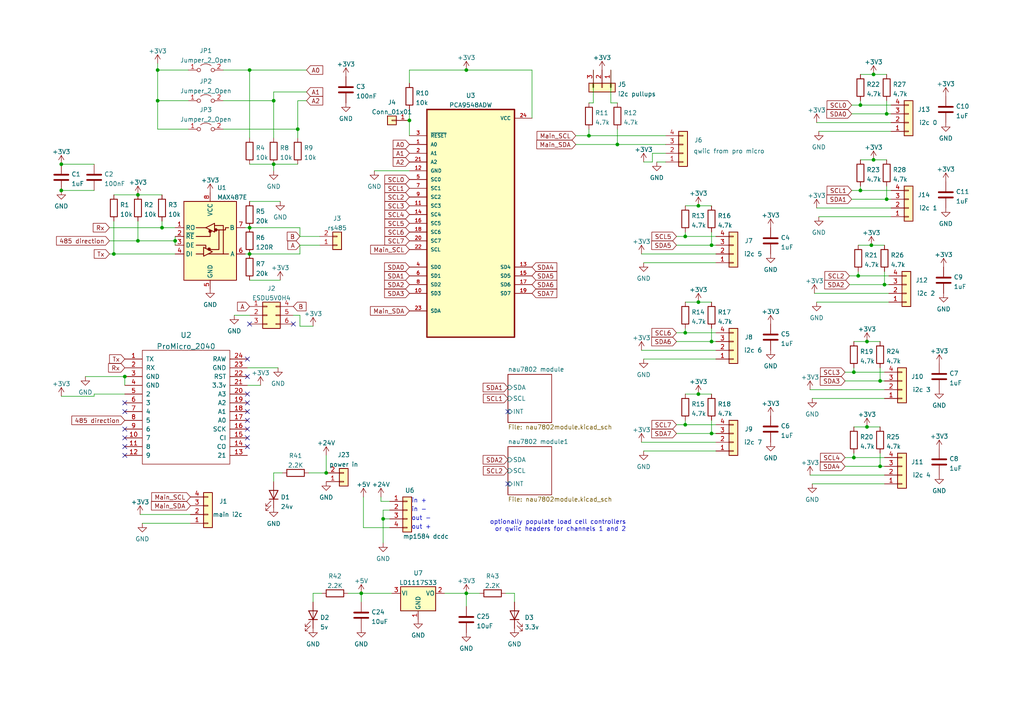
<source format=kicad_sch>
(kicad_sch (version 20211123) (generator eeschema)
  (paper "A4")
  (junction (at 179.07 41.91))
  (junction (at 247.65 132.715))
  (junction (at 111.125 150.495))
  (junction (at 17.78 47.625))
  (junction (at 256.54 82.55))
  (junction (at 17.78 55.245))
  (junction (at 118.745 34.925))
  (junction (at 79.375 47.625))
  (junction (at 253.365 46.355))
  (junction (at 251.46 123.825))
  (junction (at 206.375 125.73))
  (junction (at 33.02 73.66))
  (junction (at 198.755 68.58))
  (junction (at 253.365 21.59))
  (junction (at 50.8 69.85))
  (junction (at 104.775 172.085))
  (junction (at 255.27 135.255))
  (junction (at 202.565 87.63))
  (junction (at 206.375 99.06))
  (junction (at 40.005 69.85))
  (junction (at 40.005 56.515))
  (junction (at 252.73 71.12))
  (junction (at 249.555 55.245))
  (junction (at 202.565 59.69))
  (junction (at 72.39 73.66))
  (junction (at 247.65 107.95))
  (junction (at 72.39 66.04))
  (junction (at 45.72 20.32))
  (junction (at 45.72 29.21))
  (junction (at 206.375 71.12))
  (junction (at 257.175 57.785))
  (junction (at 255.27 110.49))
  (junction (at 135.255 172.085))
  (junction (at 86.36 37.465))
  (junction (at 202.565 114.3))
  (junction (at 72.39 20.32))
  (junction (at 249.555 30.48))
  (junction (at 257.175 33.02))
  (junction (at 251.46 99.06))
  (junction (at 248.92 80.01))
  (junction (at 46.99 66.04))
  (junction (at 170.815 39.37))
  (junction (at 135.255 20.32))
  (junction (at 36.195 109.22))
  (junction (at 79.375 29.21))
  (junction (at 94.615 137.16))
  (junction (at 198.755 96.52))
  (junction (at 198.755 123.19))
  (no_connect (at 36.195 127))
  (no_connect (at 36.195 124.46))
  (no_connect (at 36.195 116.84))
  (no_connect (at 36.195 119.38))
  (no_connect (at 36.195 132.08))
  (no_connect (at 36.195 129.54))
  (no_connect (at 71.755 104.14))
  (no_connect (at 71.755 109.22))
  (no_connect (at 71.755 114.3))
  (no_connect (at 71.755 116.84))
  (no_connect (at 71.755 129.54))
  (no_connect (at 71.755 124.46))
  (no_connect (at 71.755 121.92))
  (no_connect (at 71.755 119.38))
  (no_connect (at 71.755 127))
  (no_connect (at 72.39 93.98))
  (no_connect (at 85.09 93.98))
  (no_connect (at 147.32 119.38))
  (no_connect (at 147.32 140.335))
  (wire (pts (xy 90.805 174.625) (xy 90.805 172.085)))
  (wire (pts (xy 186.69 130.81) (xy 207.645 130.81)))
  (wire (pts (xy 189.23 46.99) (xy 189.23 44.45)))
  (wire (pts (xy 79.375 29.21) (xy 64.77 29.21)))
  (wire (pts (xy 248.92 71.12) (xy 252.73 71.12)))
  (wire (pts (xy 252.73 71.12) (xy 256.54 71.12)))
  (wire (pts (xy 202.565 87.63) (xy 206.375 87.63)))
  (wire (pts (xy 67.945 91.44) (xy 72.39 91.44)))
  (wire (pts (xy 206.375 121.92) (xy 206.375 125.73)))
  (wire (pts (xy 72.39 73.66) (xy 86.995 73.66)))
  (wire (pts (xy 85.09 91.44) (xy 86.995 91.44)))
  (wire (pts (xy 50.8 68.58) (xy 50.8 69.85)))
  (wire (pts (xy 170.815 39.37) (xy 193.04 39.37)))
  (wire (pts (xy 206.375 99.06) (xy 207.645 99.06)))
  (wire (pts (xy 111.125 150.495) (xy 113.03 150.495)))
  (wire (pts (xy 40.005 56.515) (xy 46.99 56.515)))
  (wire (pts (xy 90.805 172.085) (xy 93.345 172.085)))
  (wire (pts (xy 251.46 99.06) (xy 255.27 99.06)))
  (wire (pts (xy 249.555 29.21) (xy 249.555 30.48)))
  (wire (pts (xy 135.255 172.085) (xy 135.255 175.895)))
  (wire (pts (xy 177.165 20.32) (xy 177.165 29.845)))
  (wire (pts (xy 198.755 114.3) (xy 202.565 114.3)))
  (wire (pts (xy 247.65 131.445) (xy 247.65 132.715)))
  (wire (pts (xy 248.92 80.01) (xy 257.81 80.01)))
  (wire (pts (xy 249.555 46.355) (xy 253.365 46.355)))
  (wire (pts (xy 255.27 131.445) (xy 255.27 135.255)))
  (wire (pts (xy 79.375 47.625) (xy 79.375 49.53)))
  (wire (pts (xy 198.755 95.25) (xy 198.755 96.52)))
  (wire (pts (xy 198.755 96.52) (xy 207.645 96.52)))
  (wire (pts (xy 113.03 147.955) (xy 111.125 147.955)))
  (wire (pts (xy 198.755 123.19) (xy 207.645 123.19)))
  (wire (pts (xy 71.12 66.04) (xy 72.39 66.04)))
  (wire (pts (xy 105.41 144.145) (xy 105.41 153.035)))
  (wire (pts (xy 186.69 104.14) (xy 207.645 104.14)))
  (wire (pts (xy 253.365 21.59) (xy 257.175 21.59)))
  (wire (pts (xy 237.49 38.1) (xy 258.445 38.1)))
  (wire (pts (xy 104.775 172.085) (xy 104.775 174.625)))
  (wire (pts (xy 196.215 71.12) (xy 206.375 71.12)))
  (wire (pts (xy 72.39 58.42) (xy 81.28 58.42)))
  (wire (pts (xy 72.39 20.32) (xy 88.9 20.32)))
  (wire (pts (xy 64.77 37.465) (xy 86.36 37.465)))
  (wire (pts (xy 135.255 20.32) (xy 154.305 20.32)))
  (wire (pts (xy 247.015 30.48) (xy 249.555 30.48)))
  (wire (pts (xy 86.995 68.58) (xy 92.71 68.58)))
  (wire (pts (xy 71.755 111.76) (xy 75.565 111.76)))
  (wire (pts (xy 236.855 87.63) (xy 257.81 87.63)))
  (wire (pts (xy 198.755 59.69) (xy 202.565 59.69)))
  (wire (pts (xy 234.95 113.03) (xy 256.54 113.03)))
  (wire (pts (xy 45.72 29.21) (xy 54.61 29.21)))
  (wire (pts (xy 17.78 55.245) (xy 27.305 55.245)))
  (wire (pts (xy 71.12 73.66) (xy 72.39 73.66)))
  (wire (pts (xy 196.215 96.52) (xy 198.755 96.52)))
  (wire (pts (xy 50.8 69.85) (xy 50.8 71.12)))
  (wire (pts (xy 247.65 132.715) (xy 256.54 132.715)))
  (wire (pts (xy 41.275 151.765) (xy 55.245 151.765)))
  (wire (pts (xy 139.065 172.085) (xy 135.255 172.085)))
  (wire (pts (xy 118.745 20.32) (xy 135.255 20.32)))
  (wire (pts (xy 257.175 33.02) (xy 258.445 33.02)))
  (wire (pts (xy 79.375 137.16) (xy 81.915 137.16)))
  (wire (pts (xy 249.555 21.59) (xy 253.365 21.59)))
  (wire (pts (xy 257.175 53.975) (xy 257.175 57.785)))
  (wire (pts (xy 72.39 66.04) (xy 86.995 66.04)))
  (wire (pts (xy 236.22 85.09) (xy 257.81 85.09)))
  (wire (pts (xy 196.215 68.58) (xy 198.755 68.58)))
  (wire (pts (xy 189.23 44.45) (xy 193.04 44.45)))
  (wire (pts (xy 79.375 26.67) (xy 79.375 29.21)))
  (wire (pts (xy 190.5 46.99) (xy 193.04 46.99)))
  (wire (pts (xy 170.815 29.845) (xy 172.085 29.845)))
  (wire (pts (xy 246.38 82.55) (xy 256.54 82.55)))
  (wire (pts (xy 196.215 123.19) (xy 198.755 123.19)))
  (wire (pts (xy 72.39 20.32) (xy 64.77 20.32)))
  (wire (pts (xy 249.555 30.48) (xy 258.445 30.48)))
  (wire (pts (xy 249.555 53.975) (xy 249.555 55.245)))
  (wire (pts (xy 79.375 47.625) (xy 86.36 47.625)))
  (wire (pts (xy 179.07 41.91) (xy 179.07 37.465)))
  (wire (pts (xy 31.75 69.85) (xy 40.005 69.85)))
  (wire (pts (xy 202.565 114.3) (xy 206.375 114.3)))
  (wire (pts (xy 72.39 47.625) (xy 79.375 47.625)))
  (wire (pts (xy 247.65 107.95) (xy 256.54 107.95)))
  (wire (pts (xy 113.665 172.085) (xy 104.775 172.085)))
  (wire (pts (xy 45.72 20.32) (xy 54.61 20.32)))
  (wire (pts (xy 256.54 82.55) (xy 257.81 82.55)))
  (wire (pts (xy 255.27 110.49) (xy 256.54 110.49)))
  (wire (pts (xy 167.005 41.91) (xy 179.07 41.91)))
  (wire (pts (xy 256.54 78.74) (xy 256.54 82.55)))
  (wire (pts (xy 40.64 149.225) (xy 55.245 149.225)))
  (wire (pts (xy 86.995 73.66) (xy 86.995 71.12)))
  (wire (pts (xy 86.995 91.44) (xy 86.995 94.615)))
  (wire (pts (xy 33.02 56.515) (xy 40.005 56.515)))
  (wire (pts (xy 36.195 114.3) (xy 27.305 114.3)))
  (wire (pts (xy 198.755 121.92) (xy 198.755 123.19)))
  (wire (pts (xy 86.36 29.21) (xy 88.9 29.21)))
  (wire (pts (xy 247.65 106.68) (xy 247.65 107.95)))
  (wire (pts (xy 24.765 109.22) (xy 36.195 109.22)))
  (wire (pts (xy 247.015 55.245) (xy 249.555 55.245)))
  (wire (pts (xy 72.39 81.28) (xy 81.28 81.28)))
  (wire (pts (xy 111.125 150.495) (xy 111.125 157.48)))
  (wire (pts (xy 202.565 59.69) (xy 206.375 59.69)))
  (wire (pts (xy 246.38 80.01) (xy 248.92 80.01)))
  (wire (pts (xy 79.375 26.67) (xy 88.9 26.67)))
  (wire (pts (xy 46.99 66.04) (xy 50.8 66.04)))
  (wire (pts (xy 167.005 39.37) (xy 170.815 39.37)))
  (wire (pts (xy 45.72 20.32) (xy 45.72 29.21)))
  (wire (pts (xy 236.855 60.325) (xy 258.445 60.325)))
  (wire (pts (xy 110.49 145.415) (xy 110.49 144.145)))
  (wire (pts (xy 72.39 20.32) (xy 72.39 40.005)))
  (wire (pts (xy 86.995 94.615) (xy 90.805 94.615)))
  (wire (pts (xy 237.49 62.865) (xy 258.445 62.865)))
  (wire (pts (xy 247.015 33.02) (xy 257.175 33.02)))
  (wire (pts (xy 86.36 37.465) (xy 86.36 29.21)))
  (wire (pts (xy 27.305 114.3) (xy 27.305 114.935)))
  (wire (pts (xy 247.65 123.825) (xy 251.46 123.825)))
  (wire (pts (xy 186.69 46.99) (xy 189.23 46.99)))
  (wire (pts (xy 249.555 55.245) (xy 258.445 55.245)))
  (wire (pts (xy 177.165 29.845) (xy 179.07 29.845)))
  (wire (pts (xy 40.005 64.135) (xy 40.005 69.85)))
  (wire (pts (xy 79.375 139.7) (xy 79.375 137.16)))
  (wire (pts (xy 196.215 99.06) (xy 206.375 99.06)))
  (wire (pts (xy 149.225 172.085) (xy 146.685 172.085)))
  (wire (pts (xy 245.11 132.715) (xy 247.65 132.715)))
  (wire (pts (xy 118.745 24.13) (xy 118.745 20.32)))
  (wire (pts (xy 245.11 135.255) (xy 255.27 135.255)))
  (wire (pts (xy 86.995 71.12) (xy 92.71 71.12)))
  (wire (pts (xy 186.055 128.27) (xy 207.645 128.27)))
  (wire (pts (xy 186.055 101.6) (xy 207.645 101.6)))
  (wire (pts (xy 33.02 64.135) (xy 33.02 73.66)))
  (wire (pts (xy 206.375 125.73) (xy 207.645 125.73)))
  (wire (pts (xy 45.72 29.21) (xy 45.72 37.465)))
  (wire (pts (xy 27.305 114.935) (xy 17.78 114.935)))
  (wire (pts (xy 198.755 67.31) (xy 198.755 68.58)))
  (wire (pts (xy 179.07 41.91) (xy 193.04 41.91)))
  (wire (pts (xy 89.535 137.16) (xy 94.615 137.16)))
  (wire (pts (xy 253.365 46.355) (xy 257.175 46.355)))
  (wire (pts (xy 172.085 29.845) (xy 172.085 20.32)))
  (wire (pts (xy 118.745 34.925) (xy 118.745 39.37)))
  (wire (pts (xy 17.78 47.625) (xy 27.305 47.625)))
  (wire (pts (xy 111.125 147.955) (xy 111.125 150.495)))
  (wire (pts (xy 79.375 29.21) (xy 79.375 40.005)))
  (wire (pts (xy 154.305 20.32) (xy 154.305 34.29)))
  (wire (pts (xy 245.11 110.49) (xy 255.27 110.49)))
  (wire (pts (xy 86.36 37.465) (xy 86.36 40.005)))
  (wire (pts (xy 118.745 31.75) (xy 118.745 34.925)))
  (wire (pts (xy 186.055 73.66) (xy 207.645 73.66)))
  (wire (pts (xy 170.815 39.37) (xy 170.815 37.465)))
  (wire (pts (xy 196.215 125.73) (xy 206.375 125.73)))
  (wire (pts (xy 236.855 35.56) (xy 258.445 35.56)))
  (wire (pts (xy 234.95 137.795) (xy 256.54 137.795)))
  (wire (pts (xy 128.905 172.085) (xy 135.255 172.085)))
  (wire (pts (xy 36.195 109.22) (xy 36.195 111.76)))
  (wire (pts (xy 94.615 132.08) (xy 94.615 137.16)))
  (wire (pts (xy 257.175 29.21) (xy 257.175 33.02)))
  (wire (pts (xy 45.72 37.465) (xy 54.61 37.465)))
  (wire (pts (xy 80.645 106.68) (xy 71.755 106.68)))
  (wire (pts (xy 255.27 135.255) (xy 256.54 135.255)))
  (wire (pts (xy 46.99 64.135) (xy 46.99 66.04)))
  (wire (pts (xy 149.225 174.625) (xy 149.225 172.085)))
  (wire (pts (xy 186.69 76.2) (xy 207.645 76.2)))
  (wire (pts (xy 206.375 71.12) (xy 207.645 71.12)))
  (wire (pts (xy 257.175 57.785) (xy 258.445 57.785)))
  (wire (pts (xy 247.015 57.785) (xy 257.175 57.785)))
  (wire (pts (xy 108.585 49.53) (xy 118.745 49.53)))
  (wire (pts (xy 251.46 123.825) (xy 255.27 123.825)))
  (wire (pts (xy 245.11 107.95) (xy 247.65 107.95)))
  (wire (pts (xy 31.75 66.04) (xy 46.99 66.04)))
  (wire (pts (xy 206.375 95.25) (xy 206.375 99.06)))
  (wire (pts (xy 86.995 66.04) (xy 86.995 68.58)))
  (wire (pts (xy 45.72 18.415) (xy 45.72 20.32)))
  (wire (pts (xy 100.965 172.085) (xy 104.775 172.085)))
  (wire (pts (xy 206.375 67.31) (xy 206.375 71.12)))
  (wire (pts (xy 248.92 78.74) (xy 248.92 80.01)))
  (wire (pts (xy 198.755 68.58) (xy 207.645 68.58)))
  (wire (pts (xy 198.755 87.63) (xy 202.565 87.63)))
  (wire (pts (xy 113.03 145.415) (xy 110.49 145.415)))
  (wire (pts (xy 247.65 99.06) (xy 251.46 99.06)))
  (wire (pts (xy 255.27 106.68) (xy 255.27 110.49)))
  (wire (pts (xy 40.005 69.85) (xy 50.8 69.85)))
  (wire (pts (xy 31.75 73.66) (xy 33.02 73.66)))
  (wire (pts (xy 235.585 140.335) (xy 256.54 140.335)))
  (wire (pts (xy 235.585 115.57) (xy 256.54 115.57)))
  (wire (pts (xy 33.02 73.66) (xy 50.8 73.66)))
  (wire (pts (xy 113.03 153.035) (xy 105.41 153.035)))
  (text "out -" (at 125.095 151.13 180) (effects (font (size 1.27 1.27)) (justify right bottom)))
  (text "optionally populate load cell controllers\nor qwiic headers for channels 1 and 2" (at 181.61 154.305 0) (effects (font (size 1.27 1.27)) (justify right bottom)))
  (text "out +" (at 125.095 153.67 180) (effects (font (size 1.27 1.27)) (justify right bottom)))
  (text "in +" (at 123.825 146.05 180) (effects (font (size 1.27 1.27)) (justify right bottom)))
  (text "in -" (at 123.825 148.59 180) (effects (font (size 1.27 1.27)) (justify right bottom)))
  (global_label "A0" (shape input) (at 88.9 20.32 0) (property "Intersheet References" "${INTERSHEET_REFS}" (effects hide)))
  (global_label "A2" (shape input) (at 88.9 29.21 0) (property "Intersheet References" "${INTERSHEET_REFS}" (effects hide)))
  (global_label "SCL2" (shape input) (at 147.32 136.525 180) (property "Intersheet References" "${INTERSHEET_REFS}" (effects hide)))
  (global_label "SCL2" (shape input) (at 118.745 57.15 180) (property "Intersheet References" "${INTERSHEET_REFS}" (effects hide)))
  (global_label "SCL1" (shape input) (at 118.745 54.61 180) (property "Intersheet References" "${INTERSHEET_REFS}" (effects hide)))
  (global_label "Tx" (shape input) (at 31.75 73.66 180) (property "Intersheet References" "${INTERSHEET_REFS}" (effects hide)))
  (global_label "B" (shape input) (at 85.09 88.9 0) (property "Intersheet References" "${INTERSHEET_REFS}" (effects hide)))
  (global_label "Main_SCL" (shape input) (at 118.745 72.39 180) (property "Intersheet References" "${INTERSHEET_REFS}" (effects hide)))
  (global_label "SCL5" (shape input) (at 196.215 68.58 180) (property "Intersheet References" "${INTERSHEET_REFS}" (effects hide)))
  (global_label "SCL3" (shape input) (at 245.11 107.95 180) (property "Intersheet References" "${INTERSHEET_REFS}" (effects hide)))
  (global_label "SDA1" (shape input) (at 147.32 112.395 180) (property "Intersheet References" "${INTERSHEET_REFS}" (effects hide)))
  (global_label "A" (shape input) (at 72.39 88.9 180) (property "Intersheet References" "${INTERSHEET_REFS}" (effects hide)))
  (global_label "SDA6" (shape input) (at 154.305 82.55 0) (property "Intersheet References" "${INTERSHEET_REFS}" (effects hide)))
  (global_label "485 direction" (shape input) (at 31.75 69.85 180) (property "Intersheet References" "${INTERSHEET_REFS}" (effects hide)))
  (global_label "A2" (shape input) (at 118.745 46.99 180) (property "Intersheet References" "${INTERSHEET_REFS}" (effects hide)))
  (global_label "A1" (shape input) (at 118.745 44.45 180) (property "Intersheet References" "${INTERSHEET_REFS}" (effects hide)))
  (global_label "SCL6" (shape input) (at 118.745 67.31 180) (property "Intersheet References" "${INTERSHEET_REFS}" (effects hide)))
  (global_label "SCL5" (shape input) (at 118.745 64.77 180) (property "Intersheet References" "${INTERSHEET_REFS}" (effects hide)))
  (global_label "Main_SCL" (shape input) (at 55.245 144.145 180) (property "Intersheet References" "${INTERSHEET_REFS}" (effects hide)))
  (global_label "SDA2" (shape input) (at 118.745 82.55 180) (property "Intersheet References" "${INTERSHEET_REFS}" (effects hide)))
  (global_label "SDA3" (shape input) (at 118.745 85.09 180) (property "Intersheet References" "${INTERSHEET_REFS}" (effects hide)))
  (global_label "SCL2" (shape input) (at 246.38 80.01 180) (property "Intersheet References" "${INTERSHEET_REFS}" (effects hide)))
  (global_label "SDA4" (shape input) (at 154.305 77.47 0) (property "Intersheet References" "${INTERSHEET_REFS}" (effects hide)))
  (global_label "SCL3" (shape input) (at 118.745 59.69 180) (property "Intersheet References" "${INTERSHEET_REFS}" (effects hide)))
  (global_label "Main_SDA" (shape input) (at 167.005 41.91 180) (property "Intersheet References" "${INTERSHEET_REFS}" (effects hide)))
  (global_label "485 direction" (shape input) (at 36.195 121.92 180) (property "Intersheet References" "${INTERSHEET_REFS}" (effects hide)))
  (global_label "SDA2" (shape input) (at 246.38 82.55 180) (property "Intersheet References" "${INTERSHEET_REFS}" (effects hide)))
  (global_label "Main_SCL" (shape input) (at 167.005 39.37 180) (property "Intersheet References" "${INTERSHEET_REFS}" (effects hide)))
  (global_label "Rx" (shape input) (at 31.75 66.04 180) (property "Intersheet References" "${INTERSHEET_REFS}" (effects hide)))
  (global_label "SCL4" (shape input) (at 118.745 62.23 180) (property "Intersheet References" "${INTERSHEET_REFS}" (effects hide)))
  (global_label "A" (shape input) (at 86.995 71.12 180) (property "Intersheet References" "${INTERSHEET_REFS}" (effects hide)))
  (global_label "SCL6" (shape input) (at 196.215 96.52 180) (property "Intersheet References" "${INTERSHEET_REFS}" (effects hide)))
  (global_label "SCL7" (shape input) (at 118.745 69.85 180) (property "Intersheet References" "${INTERSHEET_REFS}" (effects hide)))
  (global_label "SCL0" (shape input) (at 118.745 52.07 180) (property "Intersheet References" "${INTERSHEET_REFS}" (effects hide)))
  (global_label "SDA7" (shape input) (at 154.305 85.09 0) (property "Intersheet References" "${INTERSHEET_REFS}" (effects hide)))
  (global_label "SDA0" (shape input) (at 118.745 77.47 180) (property "Intersheet References" "${INTERSHEET_REFS}" (effects hide)))
  (global_label "SDA6" (shape input) (at 196.215 99.06 180) (property "Intersheet References" "${INTERSHEET_REFS}" (effects hide)))
  (global_label "SCL1" (shape input) (at 247.015 55.245 180) (property "Intersheet References" "${INTERSHEET_REFS}" (effects hide)))
  (global_label "A1" (shape input) (at 88.9 26.67 0) (property "Intersheet References" "${INTERSHEET_REFS}" (effects hide)))
  (global_label "A0" (shape input) (at 118.745 41.91 180) (property "Intersheet References" "${INTERSHEET_REFS}" (effects hide)))
  (global_label "SDA0" (shape input) (at 247.015 33.02 180) (property "Intersheet References" "${INTERSHEET_REFS}" (effects hide)))
  (global_label "SDA3" (shape input) (at 245.11 110.49 180) (property "Intersheet References" "${INTERSHEET_REFS}" (effects hide)))
  (global_label "SDA5" (shape input) (at 154.305 80.01 0) (property "Intersheet References" "${INTERSHEET_REFS}" (effects hide)))
  (global_label "SCL1" (shape input) (at 147.32 115.57 180) (property "Intersheet References" "${INTERSHEET_REFS}" (effects hide)))
  (global_label "SDA4" (shape input) (at 245.11 135.255 180) (property "Intersheet References" "${INTERSHEET_REFS}" (effects hide)))
  (global_label "Tx" (shape input) (at 36.195 104.14 180) (property "Intersheet References" "${INTERSHEET_REFS}" (effects hide)))
  (global_label "Main_SDA" (shape input) (at 118.745 90.17 180) (property "Intersheet References" "${INTERSHEET_REFS}" (effects hide)))
  (global_label "SDA1" (shape input) (at 247.015 57.785 180) (property "Intersheet References" "${INTERSHEET_REFS}" (effects hide)))
  (global_label "SCL4" (shape input) (at 245.11 132.715 180) (property "Intersheet References" "${INTERSHEET_REFS}" (effects hide)))
  (global_label "SCL0" (shape input) (at 247.015 30.48 180) (property "Intersheet References" "${INTERSHEET_REFS}" (effects hide)))
  (global_label "SDA1" (shape input) (at 118.745 80.01 180) (property "Intersheet References" "${INTERSHEET_REFS}" (effects hide)))
  (global_label "Rx" (shape input) (at 36.195 106.68 180) (property "Intersheet References" "${INTERSHEET_REFS}" (effects hide)))
  (global_label "SDA5" (shape input) (at 196.215 71.12 180) (property "Intersheet References" "${INTERSHEET_REFS}" (effects hide)))
  (global_label "B" (shape input) (at 86.995 68.58 180) (property "Intersheet References" "${INTERSHEET_REFS}" (effects hide)))
  (global_label "Main_SDA" (shape input) (at 55.245 146.685 180) (property "Intersheet References" "${INTERSHEET_REFS}" (effects hide)))
  (global_label "SDA7" (shape input) (at 196.215 125.73 180) (property "Intersheet References" "${INTERSHEET_REFS}" (effects hide)))
  (global_label "SCL7" (shape input) (at 196.215 123.19 180) (property "Intersheet References" "${INTERSHEET_REFS}" (effects hide)))
  (global_label "SDA2" (shape input) (at 147.32 133.35 180) (property "Intersheet References" "${INTERSHEET_REFS}" (effects hide)))
  (symbol (lib_id "power:+5V") (at 105.41 144.145 0) (unit 1)
    (property "Reference" "#PWR078" (effects hide))
    (property "Value" "+5V" (at 105.41 140.5405 0))
  )
  (symbol (lib_id "power:GND") (at 186.69 76.2 0) (unit 1)
    (property "Reference" "#PWR026" (effects hide))
    (property "Value" "GND" (at 186.69 80.7625 0))
  )
  (symbol (lib_id "power:GND") (at 80.645 106.68 0) (unit 1)
    (property "Reference" "#PWR015" (effects hide))
    (property "Value" "GND" (at 80.645 111.2425 0))
  )
  (symbol (lib_id "power:+3.3V") (at 252.73 71.12 0) (unit 1)
    (property "Reference" "#PWR051" (effects hide))
    (property "Value" "+3.3V" (at 252.73 67.5155 0))
  )
  (symbol (lib_id "Device:R") (at 249.555 25.4 0) (unit 1)
    (property "Reference" "R22" (at 251.333 24.4915 0) (effects (justify left)))
    (property "Value" "4.7k" (at 251.333 27.2666 0) (effects (justify left)))
    (property "Footprint" "Resistor_SMD:R_0603_1608Metric" (effects hide))
  )
  (symbol (lib_id "power:GND") (at 121.285 179.705 0) (unit 1)
    (property "Reference" "#PWR086" (effects hide))
    (property "Value" "GND" (at 121.285 184.2675 0))
  )
  (symbol (lib_id "power:GND") (at 235.585 115.57 0) (unit 1)
    (property "Reference" "#PWR041" (effects hide))
    (property "Value" "GND" (at 235.585 120.1325 0))
  )
  (symbol (lib_id "power:+24V") (at 94.615 132.08 0) (unit 1)
    (property "Reference" "#PWR069" (effects hide))
    (property "Value" "+24V" (at 94.615 128.4755 0))
  )
  (symbol (lib_id "Device:C") (at 104.775 178.435 0) (unit 1)
    (property "Reference" "C24" (at 107.696 177.5265 0) (effects (justify left)))
    (property "Value" "10uF" (at 107.696 180.3016 0) (effects (justify left)))
    (property "Footprint" "Capacitor_SMD:C_1206_3216Metric" (effects hide))
  )
  (symbol (lib_id "power:GND") (at 104.775 182.245 0) (unit 1)
    (property "Reference" "#PWR077" (effects hide))
    (property "Value" "GND" (at 104.775 186.8075 0))
  )
  (symbol (lib_id "power:GND") (at 67.945 91.44 0) (unit 1)
    (property "Reference" "#PWR010" (effects hide))
    (property "Value" "GND" (at 67.945 96.0025 0))
  )
  (symbol (lib_id "power:+3.3V") (at 234.95 137.795 0) (unit 1)
    (property "Reference" "#PWR040" (effects hide))
    (property "Value" "+3.3V" (at 234.95 134.1905 0))
  )
  (symbol (lib_id "Device:LED") (at 79.375 143.51 270) (mirror x) (unit 1)
    (property "Reference" "D1" (at 81.407 144.189 90) (effects (justify left)))
    (property "Value" "24v" (at 81.407 146.9641 90) (effects (justify left)))
    (property "Footprint" "LED_SMD:LED_0603_1608Metric" (effects hide))
  )
  (symbol (lib_id "power:GND") (at 135.255 183.515 0) (unit 1)
    (property "Reference" "#PWR091" (effects hide))
    (property "Value" "GND" (at 135.255 188.0775 0))
  )
  (symbol (lib_id "Connector_Generic:Conn_01x04") (at 60.325 149.225 0) (mirror x) (unit 1)
    (property "Reference" "J1" (at 64.77 145.415 0))
    (property "Value" "main i2c" (at 66.04 149.225 0))
    (property "Footprint" "Connector_JST:JST_SH_SM04B-SRSS-TB_1x04-1MP_P1.00mm_Horizontal" (effects hide))
  )
  (symbol (lib_id "Connector_Generic:Conn_01x02") (at 97.79 71.12 0) (mirror x) (unit 1)
    (property "Reference" "J3" (at 97.79 63.3435 0))
    (property "Value" "rs485" (at 97.79 66.1186 0))
    (property "Footprint" "TerminalBlock_Phoenix:TerminalBlock_Phoenix_MKDS-1,5-2_1x02_P5.00mm_Horizontal" (effects hide))
  )
  (symbol (lib_id "Device:C") (at 223.52 69.85 0) (unit 1)
    (property "Reference" "C4" (at 226.441 68.9415 0) (effects (justify left)))
    (property "Value" "1uF" (at 226.441 71.7166 0) (effects (justify left)))
    (property "Footprint" "Capacitor_SMD:C_0603_1608Metric" (effects hide))
  )
  (symbol (lib_id "power:GND") (at 223.52 73.66 0) (unit 1)
    (property "Reference" "#PWR034" (effects hide))
    (property "Value" "GND" (at 223.52 78.2225 0))
  )
  (symbol (lib_id "Device:R") (at 46.99 60.325 0) (unit 1)
    (property "Reference" "R3" (at 48.768 59.4165 0) (effects (justify left)))
    (property "Value" "10k" (at 48.768 62.1916 0) (effects (justify left)))
    (property "Footprint" "Resistor_SMD:R_0603_1608Metric" (effects hide))
  )
  (symbol (lib_id "Device:R") (at 206.375 63.5 0) (unit 1)
    (property "Reference" "R16" (at 208.153 62.5915 0) (effects (justify left)))
    (property "Value" "4.7k" (at 208.153 65.3666 0) (effects (justify left)))
    (property "Footprint" "Resistor_SMD:R_0603_1608Metric" (effects hide))
  )
  (symbol (lib_id "Device:R") (at 256.54 74.93 0) (unit 1)
    (property "Reference" "R26" (at 258.318 74.0215 0) (effects (justify left)))
    (property "Value" "4.7k" (at 258.318 76.7966 0) (effects (justify left)))
    (property "Footprint" "Resistor_SMD:R_0603_1608Metric" (effects hide))
  )
  (symbol (lib_id "power:+3.3V") (at 90.805 94.615 0) (unit 1)
    (property "Reference" "#PWR016" (effects hide))
    (property "Value" "+3.3V" (at 90.805 91.0105 0))
  )
  (symbol (lib_id "Jumper:Jumper_2_Open") (at 59.69 37.465 0) (unit 1)
    (property "Reference" "JP3" (at 59.69 31.8475 0))
    (property "Value" "Jumper_2_Open" (at 59.69 34.6226 0))
    (property "Footprint" "Jumper:SolderJumper-2_P1.3mm_Open_RoundedPad1.0x1.5mm" (effects hide))
  )
  (symbol (lib_id "power:GND") (at 79.375 49.53 0) (unit 1)
    (property "Reference" "#PWR011" (effects hide))
    (property "Value" "GND" (at 79.375 54.0925 0))
  )
  (symbol (lib_id "Device:R") (at 72.39 43.815 0) (unit 1)
    (property "Reference" "R4" (at 74.168 42.9065 0) (effects (justify left)))
    (property "Value" "10k" (at 74.168 45.6816 0) (effects (justify left)))
    (property "Footprint" "Resistor_SMD:R_0603_1608Metric" (effects hide))
  )
  (symbol (lib_id "power:+3.3V") (at 274.32 52.705 0) (unit 1)
    (property "Reference" "#PWR062" (effects hide))
    (property "Value" "+3.3V" (at 274.32 49.1005 0))
  )
  (symbol (lib_id "power:+5V") (at 104.775 172.085 0) (unit 1)
    (property "Reference" "#PWR073" (effects hide))
    (property "Value" "+5V" (at 104.775 168.4805 0))
  )
  (symbol (lib_id "power:GND") (at 24.765 109.22 0) (unit 1)
    (property "Reference" "#PWR03" (effects hide))
    (property "Value" "GND" (at 24.765 113.7825 0))
  )
  (symbol (lib_id "power:GND") (at 94.615 139.7 0) (unit 1)
    (property "Reference" "#PWR071" (effects hide))
    (property "Value" "GND" (at 94.615 144.2625 0))
  )
  (symbol (lib_id "Connector_Generic:Conn_01x04") (at 262.89 85.09 0) (mirror x) (unit 1)
    (property "Reference" "J12" (at 267.335 81.28 0))
    (property "Value" "i2c 2" (at 268.605 85.09 0))
    (property "Footprint" "Connector_JST:JST_SH_SM04B-SRSS-TB_1x04-1MP_P1.00mm_Horizontal" (effects hide))
  )
  (symbol (lib_id "power:GND") (at 237.49 38.1 0) (unit 1)
    (property "Reference" "#PWR047" (effects hide))
    (property "Value" "GND" (at 237.49 42.6625 0))
  )
  (symbol (lib_id "Device:C") (at 274.32 56.515 0) (unit 1)
    (property "Reference" "C11" (at 277.241 55.6065 0) (effects (justify left)))
    (property "Value" "1uF" (at 277.241 58.3816 0) (effects (justify left)))
    (property "Footprint" "Capacitor_SMD:C_0603_1608Metric" (effects hide))
  )
  (symbol (lib_id "power:+3.3V") (at 274.32 27.94 0) (unit 1)
    (property "Reference" "#PWR060" (effects hide))
    (property "Value" "+3.3V" (at 274.32 24.3355 0))
  )
  (symbol (lib_id "Device:R") (at 198.755 91.44 0) (unit 1)
    (property "Reference" "R14" (at 200.533 90.5315 0) (effects (justify left)))
    (property "Value" "4.7k" (at 200.533 93.3066 0) (effects (justify left)))
    (property "Footprint" "Resistor_SMD:R_0603_1608Metric" (effects hide))
  )
  (symbol (lib_id "Device:C") (at 272.415 109.22 0) (unit 1)
    (property "Reference" "C7" (at 275.336 108.3115 0) (effects (justify left)))
    (property "Value" "1uF" (at 275.336 111.0866 0) (effects (justify left)))
    (property "Footprint" "Capacitor_SMD:C_0603_1608Metric" (effects hide))
  )
  (symbol (lib_id "power:GND") (at 237.49 62.865 0) (unit 1)
    (property "Reference" "#PWR048" (effects hide))
    (property "Value" "GND" (at 237.49 67.4275 0))
  )
  (symbol (lib_id "power:GND") (at 111.125 157.48 0) (unit 1)
    (property "Reference" "#PWR084" (effects hide))
    (property "Value" "GND" (at 111.125 162.0425 0))
  )
  (symbol (lib_id "Device:C") (at 272.415 133.985 0) (unit 1)
    (property "Reference" "C8" (at 275.336 133.0765 0) (effects (justify left)))
    (property "Value" "1uF" (at 275.336 135.8516 0) (effects (justify left)))
    (property "Footprint" "Capacitor_SMD:C_0603_1608Metric" (effects hide))
  )
  (symbol (lib_id "power:+3.3V") (at 75.565 111.76 0) (unit 1)
    (property "Reference" "#PWR014" (effects hide))
    (property "Value" "+3.3V" (at 75.565 108.1555 0))
  )
  (symbol (lib_id "power:+3.3V") (at 253.365 46.355 0) (unit 1)
    (property "Reference" "#PWR053" (effects hide))
    (property "Value" "+3.3V" (at 253.365 42.7505 0))
  )
  (symbol (lib_id "power:GND") (at 108.585 49.53 0) (unit 1)
    (property "Reference" "#PWR019" (effects hide))
    (property "Value" "GND" (at 108.585 54.0925 0))
  )
  (symbol (lib_id "Device:LED") (at 90.805 178.435 270) (mirror x) (unit 1)
    (property "Reference" "D2" (at 92.837 179.114 90) (effects (justify left)))
    (property "Value" "5v" (at 92.837 181.8891 90) (effects (justify left)))
    (property "Footprint" "LED_SMD:LED_0603_1608Metric" (effects hide))
  )
  (symbol (lib_id "power:+3.3V") (at 202.565 59.69 0) (unit 1)
    (property "Reference" "#PWR030" (effects hide))
    (property "Value" "+3.3V" (at 202.565 56.0855 0))
  )
  (symbol (lib_id "power:+3.3V") (at 186.69 46.99 0) (unit 1)
    (property "Reference" "#PWR025" (effects hide))
    (property "Value" "+3.3V" (at 186.69 43.3855 0))
  )
  (symbol (lib_id "Device:R") (at 248.92 74.93 0) (unit 1)
    (property "Reference" "R21" (at 250.698 74.0215 0) (effects (justify left)))
    (property "Value" "4.7k" (at 250.698 76.7966 0) (effects (justify left)))
    (property "Footprint" "Resistor_SMD:R_0603_1608Metric" (effects hide))
  )
  (symbol (lib_id "power:GND") (at 149.225 182.245 0) (unit 1)
    (property "Reference" "#PWR092" (effects hide))
    (property "Value" "GND" (at 149.225 186.8075 0))
  )
  (symbol (lib_id "Connector_Generic:Conn_01x04") (at 263.525 35.56 0) (mirror x) (unit 1)
    (property "Reference" "J13" (at 267.97 31.75 0))
    (property "Value" "i2c 0" (at 269.24 35.56 0))
    (property "Footprint" "Connector_JST:JST_SH_SM04B-SRSS-TB_1x04-1MP_P1.00mm_Horizontal" (effects hide))
  )
  (symbol (lib_id "Device:R") (at 86.36 43.815 0) (unit 1)
    (property "Reference" "R9" (at 88.138 42.9065 0) (effects (justify left)))
    (property "Value" "10k" (at 88.138 45.6816 0) (effects (justify left)))
    (property "Footprint" "Resistor_SMD:R_0603_1608Metric" (effects hide))
  )
  (symbol (lib_id "Jumper:Jumper_2_Open") (at 59.69 29.21 0) (unit 1)
    (property "Reference" "JP2" (at 59.69 23.5925 0))
    (property "Value" "Jumper_2_Open" (at 59.69 26.3676 0))
    (property "Footprint" "Jumper:SolderJumper-2_P1.3mm_Open_RoundedPad1.0x1.5mm" (effects hide))
  )
  (symbol (lib_id "power:GND") (at 90.805 182.245 0) (mirror y) (unit 1)
    (property "Reference" "#PWR065" (effects hide))
    (property "Value" "GND" (at 90.805 186.8075 0))
  )
  (symbol (lib_id "power:GND") (at 274.32 35.56 0) (unit 1)
    (property "Reference" "#PWR061" (effects hide))
    (property "Value" "GND" (at 274.32 40.1225 0))
  )
  (symbol (lib_id "Device:C") (at 100.33 26.035 0) (unit 1)
    (property "Reference" "C3" (at 103.251 25.1265 0) (effects (justify left)))
    (property "Value" "100nF" (at 103.251 27.9016 0) (effects (justify left)))
    (property "Footprint" "Capacitor_SMD:C_0603_1608Metric" (effects hide))
  )
  (symbol (lib_id "Device:R") (at 79.375 43.815 0) (unit 1)
    (property "Reference" "R8" (at 81.153 42.9065 0) (effects (justify left)))
    (property "Value" "10k" (at 81.153 45.6816 0) (effects (justify left)))
    (property "Footprint" "Resistor_SMD:R_0603_1608Metric" (effects hide))
  )
  (symbol (lib_id "Device:C") (at 274.32 31.75 0) (unit 1)
    (property "Reference" "C10" (at 277.241 30.8415 0) (effects (justify left)))
    (property "Value" "1uF" (at 277.241 33.6166 0) (effects (justify left)))
    (property "Footprint" "Capacitor_SMD:C_0603_1608Metric" (effects hide))
  )
  (symbol (lib_id "Device:R") (at 255.27 127.635 0) (unit 1)
    (property "Reference" "R25" (at 257.048 126.7265 0) (effects (justify left)))
    (property "Value" "4.7k" (at 257.048 129.5016 0) (effects (justify left)))
    (property "Footprint" "Resistor_SMD:R_0603_1608Metric" (effects hide))
  )
  (symbol (lib_id "Device:R") (at 179.07 33.655 0) (unit 1)
    (property "Reference" "R12" (at 180.848 32.7465 0) (effects (justify left)))
    (property "Value" "4.7k" (at 180.848 35.5216 0) (effects (justify left)))
    (property "Footprint" "Resistor_SMD:R_0603_1608Metric" (effects hide))
  )
  (symbol (lib_id "Interface_UART:MAX487E") (at 60.96 68.58 0) (unit 1)
    (property "Reference" "U1" (at 62.9794 54.4535 0) (effects (justify left)))
    (property "Value" "MAX487E" (at 62.9794 57.2286 0) (effects (justify left)))
    (property "Footprint" "Package_SO:SOIC-8_3.9x4.9mm_P1.27mm" (effects hide))
    (property "Datasheet" "https://datasheets.maximintegrated.com/en/ds/MAX1487E-MAX491E.pdf" (effects hide))
  )
  (symbol (lib_id "Device:C") (at 135.255 179.705 0) (unit 1)
    (property "Reference" "C25" (at 138.176 178.7965 0) (effects (justify left)))
    (property "Value" "10uF" (at 138.176 181.5716 0) (effects (justify left)))
    (property "Footprint" "Capacitor_SMD:C_1206_3216Metric" (effects hide))
  )
  (symbol (lib_id "power:GND") (at 100.33 29.845 0) (unit 1)
    (property "Reference" "#PWR018" (effects hide))
    (property "Value" "GND" (at 100.33 34.4075 0))
  )
  (symbol (lib_id "Device:C") (at 223.52 124.46 0) (unit 1)
    (property "Reference" "C6" (at 226.441 123.5515 0) (effects (justify left)))
    (property "Value" "1uF" (at 226.441 126.3266 0) (effects (justify left)))
    (property "Footprint" "Capacitor_SMD:C_0603_1608Metric" (effects hide))
  )
  (symbol (lib_id "Device:R") (at 198.755 63.5 0) (unit 1)
    (property "Reference" "R13" (at 200.533 62.5915 0) (effects (justify left)))
    (property "Value" "4.7k" (at 200.533 65.3666 0) (effects (justify left)))
    (property "Footprint" "Resistor_SMD:R_0603_1608Metric" (effects hide))
  )
  (symbol (lib_id "power:+3.3V") (at 273.685 77.47 0) (unit 1)
    (property "Reference" "#PWR058" (effects hide))
    (property "Value" "+3.3V" (at 273.685 73.8655 0))
  )
  (symbol (lib_id "Device:R") (at 249.555 50.165 0) (unit 1)
    (property "Reference" "R23" (at 251.333 49.2565 0) (effects (justify left)))
    (property "Value" "4.7k" (at 251.333 52.0316 0) (effects (justify left)))
    (property "Footprint" "Resistor_SMD:R_0603_1608Metric" (effects hide))
  )
  (symbol (lib_id "power:+3.3V") (at 251.46 123.825 0) (unit 1)
    (property "Reference" "#PWR050" (effects hide))
    (property "Value" "+3.3V" (at 251.46 120.2205 0))
  )
  (symbol (lib_id "power:+3.3V") (at 253.365 21.59 0) (unit 1)
    (property "Reference" "#PWR052" (effects hide))
    (property "Value" "+3.3V" (at 253.365 17.9855 0))
  )
  (symbol (lib_id "power:GND") (at 41.275 151.765 0) (unit 1)
    (property "Reference" "#PWR07" (effects hide))
    (property "Value" "GND" (at 41.275 156.3275 0))
  )
  (symbol (lib_id "Connector_Generic:Conn_01x01") (at 113.665 34.925 180) (unit 1)
    (property "Reference" "J4" (at 113.665 29.6885 0))
    (property "Value" "Conn_01x01" (at 113.665 32.4636 0))
    (property "Footprint" "Connector_PinHeader_2.54mm:PinHeader_1x01_P2.54mm_Vertical" (effects hide))
  )
  (symbol (lib_id "power:+3.3V") (at 223.52 120.65 0) (unit 1)
    (property "Reference" "#PWR037" (effects hide))
    (property "Value" "+3.3V" (at 223.52 117.0455 0))
  )
  (symbol (lib_id "power:+3.3V") (at 251.46 99.06 0) (unit 1)
    (property "Reference" "#PWR049" (effects hide))
    (property "Value" "+3.3V" (at 251.46 95.4555 0))
  )
  (symbol (lib_id "power:+3.3V") (at 174.625 20.32 0) (unit 1)
    (property "Reference" "#PWR021" (effects hide))
    (property "Value" "+3.3V" (at 174.625 16.7155 0))
  )
  (symbol (lib_id "Device:R") (at 33.02 60.325 0) (unit 1)
    (property "Reference" "R1" (at 34.798 59.4165 0) (effects (justify left)))
    (property "Value" "10k" (at 34.798 62.1916 0) (effects (justify left)))
    (property "Footprint" "Resistor_SMD:R_0603_1608Metric" (effects hide))
  )
  (symbol (lib_id "power:GND") (at 235.585 140.335 0) (unit 1)
    (property "Reference" "#PWR042" (effects hide))
    (property "Value" "GND" (at 235.585 144.8975 0))
  )
  (symbol (lib_id "power:+3.3V") (at 186.055 128.27 0) (unit 1)
    (property "Reference" "#PWR024" (effects hide))
    (property "Value" "+3.3V" (at 186.055 124.6655 0))
  )
  (symbol (lib_id "Device:R") (at 72.39 69.85 0) (unit 1)
    (property "Reference" "R6" (at 74.168 68.9415 0) (effects (justify left)))
    (property "Value" "120R" (at 74.168 71.7166 0) (effects (justify left)))
    (property "Footprint" "Resistor_SMD:R_0603_1608Metric" (effects hide))
  )
  (symbol (lib_id "power:+3.3V") (at 234.95 113.03 0) (unit 1)
    (property "Reference" "#PWR039" (effects hide))
    (property "Value" "+3.3V" (at 234.95 109.4255 0))
  )
  (symbol (lib_id "Device:LED") (at 149.225 178.435 90) (unit 1)
    (property "Reference" "D3" (at 152.146 179.114 90) (effects (justify right)))
    (property "Value" "3.3v" (at 152.146 181.8891 90) (effects (justify right)))
    (property "Footprint" "LED_SMD:LED_0603_1608Metric" (effects hide))
  )
  (symbol (lib_id "power:+3.3V") (at 236.22 85.09 0) (unit 1)
    (property "Reference" "#PWR043" (effects hide))
    (property "Value" "+3.3V" (at 236.22 81.4855 0))
  )
  (symbol (lib_id "power:GND") (at 190.5 46.99 0) (unit 1)
    (property "Reference" "#PWR029" (effects hide))
    (property "Value" "GND" (at 190.5 51.5525 0))
  )
  (symbol (lib_id "Device:R") (at 118.745 27.94 0) (unit 1)
    (property "Reference" "R10" (at 120.523 27.0315 0) (effects (justify left)))
    (property "Value" "10k" (at 120.523 29.8066 0) (effects (justify left)))
    (property "Footprint" "Resistor_SMD:R_0603_1608Metric" (effects hide))
  )
  (symbol (lib_id "power:+3.3V") (at 81.28 81.28 0) (unit 1)
    (property "Reference" "#PWR013" (effects hide))
    (property "Value" "+3.3V" (at 81.28 77.6755 0))
  )
  (symbol (lib_id "power:+3.3V") (at 202.565 87.63 0) (unit 1)
    (property "Reference" "#PWR031" (effects hide))
    (property "Value" "+3.3V" (at 202.565 84.0255 0))
  )
  (symbol (lib_id "Connector_Generic:Conn_01x04") (at 261.62 113.03 0) (mirror x) (unit 1)
    (property "Reference" "J10" (at 266.065 109.22 0))
    (property "Value" "i2c 3" (at 267.335 113.03 0))
    (property "Footprint" "Connector_JST:JST_SH_SM04B-SRSS-TB_1x04-1MP_P1.00mm_Horizontal" (effects hide))
  )
  (symbol (lib_id "power:GND") (at 273.685 85.09 0) (unit 1)
    (property "Reference" "#PWR059" (effects hide))
    (property "Value" "GND" (at 273.685 89.6525 0))
  )
  (symbol (lib_id "Device:R") (at 255.27 102.87 0) (unit 1)
    (property "Reference" "R24" (at 257.048 101.9615 0) (effects (justify left)))
    (property "Value" "4.7k" (at 257.048 104.7366 0) (effects (justify left)))
    (property "Footprint" "Resistor_SMD:R_0603_1608Metric" (effects hide))
  )
  (symbol (lib_id "Device:R") (at 85.725 137.16 270) (mirror x) (unit 1)
    (property "Reference" "R41" (at 85.725 132.1775 90))
    (property "Value" "2.2K" (at 85.725 134.9526 90))
    (property "Footprint" "Resistor_SMD:R_0603_1608Metric" (effects hide))
  )
  (symbol (lib_id "Device:R") (at 206.375 91.44 0) (unit 1)
    (property "Reference" "R17" (at 208.153 90.5315 0) (effects (justify left)))
    (property "Value" "4.7k" (at 208.153 93.3066 0) (effects (justify left)))
    (property "Footprint" "Resistor_SMD:R_0603_1608Metric" (effects hide))
  )
  (symbol (lib_id "power:+3.3V") (at 135.255 20.32 0) (unit 1)
    (property "Reference" "#PWR020" (effects hide))
    (property "Value" "+3.3V" (at 135.255 16.7155 0))
  )
  (symbol (lib_id "Connector_Generic:Conn_01x04") (at 212.725 128.27 0) (mirror x) (unit 1)
    (property "Reference" "J9" (at 217.17 124.46 0))
    (property "Value" "i2c 7" (at 218.44 128.27 0))
    (property "Footprint" "Connector_JST:JST_SH_SM04B-SRSS-TB_1x04-1MP_P1.00mm_Horizontal" (effects hide))
  )
  (symbol (lib_id "Device:C") (at 273.685 81.28 0) (unit 1)
    (property "Reference" "C9" (at 276.606 80.3715 0) (effects (justify left)))
    (property "Value" "1uF" (at 276.606 83.1466 0) (effects (justify left)))
    (property "Footprint" "Capacitor_SMD:C_0603_1608Metric" (effects hide))
  )
  (symbol (lib_id "power:+3.3V") (at 60.96 55.88 0) (unit 1)
    (property "Reference" "#PWR08" (effects hide))
    (property "Value" "+3.3V" (at 60.96 52.2755 0))
  )
  (symbol (lib_id "power:+3.3V") (at 186.055 73.66 0) (unit 1)
    (property "Reference" "#PWR022" (effects hide))
    (property "Value" "+3.3V" (at 186.055 70.0555 0))
  )
  (symbol (lib_id "Evan's misc parts:ProMicro_2040") (at 53.975 123.19 0) (unit 1)
    (property "Reference" "U2" (at 53.975 97.1961 0) (effects (font (size 1.524 1.524))))
    (property "Value" "ProMicro_2040" (at 53.975 100.4751 0) (effects (font (size 1.524 1.524))))
    (property "Footprint" "Evan's misc parts:ProMicro" (effects hide))
  )
  (symbol (lib_id "power:+3.3V") (at 17.78 47.625 0) (unit 1)
    (property "Reference" "#PWR01" (effects hide))
    (property "Value" "+3.3V" (at 17.78 44.0205 0))
  )
  (symbol (lib_id "power:GND") (at 17.78 55.245 0) (unit 1)
    (property "Reference" "#PWR02" (effects hide))
    (property "Value" "GND" (at 17.78 59.8075 0))
  )
  (symbol (lib_id "Evan's misc parts:PCA9548ADW") (at 136.525 64.77 0) (unit 1)
    (property "Reference" "U3" (at 136.525 27.7055 0))
    (property "Value" "PCA9548ADW" (at 136.525 30.4806 0))
    (property "Footprint" "Package_SO:TSSOP-24_4.4x7.8mm_P0.65mm" (effects hide))
  )
  (symbol (lib_id "power:+3.3V") (at 272.415 130.175 0) (unit 1)
    (property "Reference" "#PWR056" (effects hide))
    (property "Value" "+3.3V" (at 272.415 126.5705 0))
  )
  (symbol (lib_id "power:+3.3V") (at 236.855 35.56 0) (unit 1)
    (property "Reference" "#PWR044" (effects hide))
    (property "Value" "+3.3V" (at 236.855 31.9555 0))
  )
  (symbol (lib_id "power:GND") (at 236.855 87.63 0) (unit 1)
    (property "Reference" "#PWR046" (effects hide))
    (property "Value" "GND" (at 236.855 92.1925 0))
  )
  (symbol (lib_id "Regulator_Linear:LD1117S33TR_SOT223") (at 121.285 172.085 0) (unit 1)
    (property "Reference" "U7" (at 121.285 166.2135 0))
    (property "Value" "LD1117S33" (at 121.285 168.9886 0))
    (property "Footprint" "Package_TO_SOT_SMD:SOT-223-3_TabPin2" (effects hide))
    (property "Datasheet" "http://www.st.com/st-web-ui/static/active/en/resource/technical/document/datasheet/CD00000544.pdf" (effects hide))
  )
  (symbol (lib_id "Jumper:Jumper_2_Open") (at 59.69 20.32 0) (unit 1)
    (property "Reference" "JP1" (at 59.69 14.7025 0))
    (property "Value" "Jumper_2_Open" (at 59.69 17.4776 0))
    (property "Footprint" "Jumper:SolderJumper-2_P1.3mm_Open_RoundedPad1.0x1.5mm" (effects hide))
  )
  (symbol (lib_id "Device:R") (at 257.175 25.4 0) (unit 1)
    (property "Reference" "R27" (at 258.953 24.4915 0) (effects (justify left)))
    (property "Value" "4.7k" (at 258.953 27.2666 0) (effects (justify left)))
    (property "Footprint" "Resistor_SMD:R_0603_1608Metric" (effects hide))
  )
  (symbol (lib_id "Device:C") (at 223.52 97.79 0) (unit 1)
    (property "Reference" "C5" (at 226.441 96.8815 0) (effects (justify left)))
    (property "Value" "1uF" (at 226.441 99.6566 0) (effects (justify left)))
    (property "Footprint" "Capacitor_SMD:C_0603_1608Metric" (effects hide))
  )
  (symbol (lib_id "Device:R") (at 72.39 77.47 0) (unit 1)
    (property "Reference" "R7" (at 74.168 76.5615 0) (effects (justify left)))
    (property "Value" "20k" (at 74.168 79.3366 0) (effects (justify left)))
    (property "Footprint" "Resistor_SMD:R_0603_1608Metric" (effects hide))
  )
  (symbol (lib_id "power:+3.3V") (at 202.565 114.3 0) (unit 1)
    (property "Reference" "#PWR032" (effects hide))
    (property "Value" "+3.3V" (at 202.565 110.6955 0))
  )
  (symbol (lib_id "Device:R") (at 142.875 172.085 90) (unit 1)
    (property "Reference" "R43" (at 142.875 167.1025 90))
    (property "Value" "2.2K" (at 142.875 169.8776 90))
    (property "Footprint" "Resistor_SMD:R_0603_1608Metric" (effects hide))
  )
  (symbol (lib_id "power:+3.3V") (at 186.055 101.6 0) (unit 1)
    (property "Reference" "#PWR023" (effects hide))
    (property "Value" "+3.3V" (at 186.055 97.9955 0))
  )
  (symbol (lib_id "power:+3.3V") (at 135.255 172.085 0) (unit 1)
    (property "Reference" "#PWR090" (effects hide))
    (property "Value" "+3.3V" (at 135.255 168.4805 0))
  )
  (symbol (lib_id "power:GND") (at 186.69 104.14 0) (unit 1)
    (property "Reference" "#PWR027" (effects hide))
    (property "Value" "GND" (at 186.69 108.7025 0))
  )
  (symbol (lib_id "power:+3.3V") (at 223.52 93.98 0) (unit 1)
    (property "Reference" "#PWR035" (effects hide))
    (property "Value" "+3.3V" (at 223.52 90.3755 0))
  )
  (symbol (lib_id "Device:R") (at 206.375 118.11 0) (unit 1)
    (property "Reference" "R18" (at 208.153 117.2015 0) (effects (justify left)))
    (property "Value" "4.7k" (at 208.153 119.9766 0) (effects (justify left)))
    (property "Footprint" "Resistor_SMD:R_0603_1608Metric" (effects hide))
  )
  (symbol (lib_id "Connector_Generic:Conn_01x04") (at 118.11 147.955 0) (unit 1)
    (property "Reference" "U6" (at 117.475 142.24 0) (effects (justify left)))
    (property "Value" "mp1584 dcdc" (at 116.84 155.575 0) (effects (justify left)))
    (property "Footprint" "Evan's misc parts:MP1584_buck_module" (effects hide))
  )
  (symbol (lib_id "Connector_Generic:Conn_01x04") (at 263.525 60.325 0) (mirror x) (unit 1)
    (property "Reference" "J14" (at 267.97 56.515 0))
    (property "Value" "i2c 1" (at 269.24 60.325 0))
    (property "Footprint" "Connector_JST:JST_SH_SM04B-SRSS-TB_1x04-1MP_P1.00mm_Horizontal" (effects hide))
  )
  (symbol (lib_id "Device:R") (at 247.65 127.635 0) (unit 1)
    (property "Reference" "R20" (at 249.428 126.7265 0) (effects (justify left)))
    (property "Value" "4.7k" (at 249.428 129.5016 0) (effects (justify left)))
    (property "Footprint" "Resistor_SMD:R_0603_1608Metric" (effects hide))
  )
  (symbol (lib_id "power:GND") (at 272.415 113.03 0) (unit 1)
    (property "Reference" "#PWR055" (effects hide))
    (property "Value" "GND" (at 272.415 117.5925 0))
  )
  (symbol (lib_id "Device:C") (at 27.305 51.435 0) (unit 1)
    (property "Reference" "C2" (at 30.226 50.5265 0) (effects (justify left)))
    (property "Value" "100nF" (at 30.226 53.3016 0) (effects (justify left)))
    (property "Footprint" "Capacitor_SMD:C_0603_1608Metric" (effects hide))
  )
  (symbol (lib_id "Connector_Generic:Conn_01x04") (at 212.725 101.6 0) (mirror x) (unit 1)
    (property "Reference" "J8" (at 217.17 97.79 0))
    (property "Value" "i2c 6" (at 218.44 101.6 0))
    (property "Footprint" "Connector_JST:JST_SH_SM04B-SRSS-TB_1x04-1MP_P1.00mm_Horizontal" (effects hide))
  )
  (symbol (lib_id "power:+3.3V") (at 40.64 149.225 0) (unit 1)
    (property "Reference" "#PWR06" (effects hide))
    (property "Value" "+3.3V" (at 40.64 145.6205 0))
  )
  (symbol (lib_id "Device:R") (at 198.755 118.11 0) (unit 1)
    (property "Reference" "R15" (at 200.533 117.2015 0) (effects (justify left)))
    (property "Value" "4.7k" (at 200.533 119.9766 0) (effects (justify left)))
    (property "Footprint" "Resistor_SMD:R_0603_1608Metric" (effects hide))
  )
  (symbol (lib_id "Device:R") (at 97.155 172.085 270) (mirror x) (unit 1)
    (property "Reference" "R42" (at 97.155 167.1025 90))
    (property "Value" "2.2K" (at 97.155 169.8776 90))
    (property "Footprint" "Resistor_SMD:R_0603_1608Metric" (effects hide))
  )
  (symbol (lib_id "power:+3.3V") (at 236.855 60.325 0) (unit 1)
    (property "Reference" "#PWR045" (effects hide))
    (property "Value" "+3.3V" (at 236.855 56.7205 0))
  )
  (symbol (lib_id "Device:R") (at 257.175 50.165 0) (unit 1)
    (property "Reference" "R28" (at 258.953 49.2565 0) (effects (justify left)))
    (property "Value" "4.7k" (at 258.953 52.0316 0) (effects (justify left)))
    (property "Footprint" "Resistor_SMD:R_0603_1608Metric" (effects hide))
  )
  (symbol (lib_id "power:+3.3V") (at 272.415 105.41 0) (unit 1)
    (property "Reference" "#PWR054" (effects hide))
    (property "Value" "+3.3V" (at 272.415 101.8055 0))
  )
  (symbol (lib_id "power:+3.3V") (at 223.52 66.04 0) (unit 1)
    (property "Reference" "#PWR033" (effects hide))
    (property "Value" "+3.3V" (at 223.52 62.4355 0))
  )
  (symbol (lib_id "power:GND") (at 274.32 60.325 0) (unit 1)
    (property "Reference" "#PWR063" (effects hide))
    (property "Value" "GND" (at 274.32 64.8875 0))
  )
  (symbol (lib_id "Device:R") (at 170.815 33.655 0) (unit 1)
    (property "Reference" "R11" (at 172.593 32.7465 0) (effects (justify left)))
    (property "Value" "4.7k" (at 172.593 35.5216 0) (effects (justify left)))
    (property "Footprint" "Resistor_SMD:R_0603_1608Metric" (effects hide))
  )
  (symbol (lib_id "Connector_Generic:Conn_01x03") (at 174.625 25.4 270) (unit 1)
    (property "Reference" "J5" (at 179.197 24.4915 90) (effects (justify left)))
    (property "Value" "i2c pullups" (at 179.197 27.2666 90) (effects (justify left)))
    (property "Footprint" "Jumper:SolderJumper-3_P1.3mm_Open_RoundedPad1.0x1.5mm" (effects hide))
  )
  (symbol (lib_id "power:+24V") (at 110.49 144.145 0) (unit 1)
    (property "Reference" "#PWR082" (effects hide))
    (property "Value" "+24V" (at 110.49 140.5405 0))
  )
  (symbol (lib_id "Connector_Generic:Conn_01x04") (at 261.62 137.795 0) (mirror x) (unit 1)
    (property "Reference" "J11" (at 266.065 133.985 0))
    (property "Value" "i2c 4" (at 267.335 137.795 0))
    (property "Footprint" "Connector_JST:JST_SH_SM04B-SRSS-TB_1x04-1MP_P1.00mm_Horizontal" (effects hide))
  )
  (symbol (lib_id "power:+3.3V") (at 45.72 18.415 0) (unit 1)
    (property "Reference" "#PWR05" (effects hide))
    (property "Value" "+3.3V" (at 45.72 14.8105 0))
  )
  (symbol (lib_id "Device:R") (at 40.005 60.325 0) (unit 1)
    (property "Reference" "R2" (at 41.783 59.4165 0) (effects (justify left)))
    (property "Value" "10k" (at 41.783 62.1916 0) (effects (justify left)))
    (property "Footprint" "Resistor_SMD:R_0603_1608Metric" (effects hide))
  )
  (symbol (lib_id "power:GND") (at 223.52 128.27 0) (unit 1)
    (property "Reference" "#PWR038" (effects hide))
    (property "Value" "GND" (at 223.52 132.8325 0))
  )
  (symbol (lib_id "power:GND") (at 186.69 130.81 0) (unit 1)
    (property "Reference" "#PWR028" (effects hide))
    (property "Value" "GND" (at 186.69 135.3725 0))
  )
  (symbol (lib_id "power:+3.3V") (at 100.33 22.225 0) (unit 1)
    (property "Reference" "#PWR017" (effects hide))
    (property "Value" "+3.3V" (at 100.33 18.6205 0))
  )
  (symbol (lib_id "Connector_Generic:Conn_01x04") (at 198.12 44.45 0) (mirror x) (unit 1)
    (property "Reference" "J6" (at 202.565 40.64 0))
    (property "Value" "qwiic from pro micro" (at 211.455 43.815 0))
    (property "Footprint" "Connector_JST:JST_SH_SM04B-SRSS-TB_1x04-1MP_P1.00mm_Horizontal" (effects hide))
  )
  (symbol (lib_id "Connector_Generic:Conn_02x03_Top_Bottom") (at 77.47 91.44 0) (unit 1)
    (property "Reference" "J2" (at 78.74 83.6635 0))
    (property "Value" "ESDU5V0H4" (at 78.74 86.4386 0))
    (property "Footprint" "Package_TO_SOT_SMD:SOT-23-6_Handsoldering" (effects hide))
  )
  (symbol (lib_id "Device:R") (at 72.39 62.23 0) (unit 1)
    (property "Reference" "R5" (at 74.168 61.3215 0) (effects (justify left)))
    (property "Value" "20k" (at 74.168 64.0966 0) (effects (justify left)))
    (property "Footprint" "Resistor_SMD:R_0603_1608Metric" (effects hide))
  )
  (symbol (lib_id "power:+3.3V") (at 17.78 114.935 0) (unit 1)
    (property "Reference" "#PWR0101" (effects hide))
    (property "Value" "+3.3V" (at 17.78 111.3305 0))
  )
  (symbol (lib_id "Device:R") (at 247.65 102.87 0) (unit 1)
    (property "Reference" "R19" (at 249.428 101.9615 0) (effects (justify left)))
    (property "Value" "4.7k" (at 249.428 104.7366 0) (effects (justify left)))
    (property "Footprint" "Resistor_SMD:R_0603_1608Metric" (effects hide))
  )
  (symbol (lib_id "Connector_Generic:Conn_01x04") (at 212.725 73.66 0) (mirror x) (unit 1)
    (property "Reference" "J7" (at 217.17 69.85 0))
    (property "Value" "i2c 5" (at 218.44 73.66 0))
    (property "Footprint" "Connector_JST:JST_SH_SM04B-SRSS-TB_1x04-1MP_P1.00mm_Horizontal" (effects hide))
  )
  (symbol (lib_id "Device:C") (at 17.78 51.435 0) (unit 1)
    (property "Reference" "C1" (at 20.701 50.5265 0) (effects (justify left)))
    (property "Value" "1uF" (at 20.701 53.3016 0) (effects (justify left)))
    (property "Footprint" "Capacitor_SMD:C_0603_1608Metric" (effects hide))
  )
  (symbol (lib_id "power:+3.3V") (at 40.005 56.515 0) (unit 1)
    (property "Reference" "#PWR04" (effects hide))
    (property "Value" "+3.3V" (at 40.005 52.9105 0))
  )
  (symbol (lib_id "power:GND") (at 81.28 58.42 0) (unit 1)
    (property "Reference" "#PWR012" (effects hide))
    (property "Value" "GND" (at 81.28 62.9825 0))
  )
  (symbol (lib_id "power:GND") (at 79.375 147.32 0) (mirror y) (unit 1)
    (property "Reference" "#PWR064" (effects hide))
    (property "Value" "GND" (at 79.375 151.8825 0))
  )
  (symbol (lib_id "power:GND") (at 272.415 137.795 0) (unit 1)
    (property "Reference" "#PWR057" (effects hide))
    (property "Value" "GND" (at 272.415 142.3575 0))
  )
  (symbol (lib_id "power:GND") (at 60.96 83.82 0) (unit 1)
    (property "Reference" "#PWR09" (effects hide))
    (property "Value" "GND" (at 60.96 88.3825 0))
  )
  (symbol (lib_id "Connector_Generic:Conn_01x02") (at 99.695 139.7 0) (mirror x) (unit 1)
    (property "Reference" "J23" (at 99.695 131.9235 0))
    (property "Value" "power in" (at 99.695 134.6986 0))
    (property "Footprint" "TerminalBlock_Phoenix:TerminalBlock_Phoenix_MKDS-1,5-2_1x02_P5.00mm_Horizontal" (effects hide))
  )
  (symbol (lib_id "power:GND") (at 223.52 101.6 0) (unit 1)
    (property "Reference" "#PWR036" (effects hide))
    (property "Value" "GND" (at 223.52 106.1625 0))
  )
  (sheet (at 147.32 129.54) (size 12.7 13.97) (stroke (width 0.1524))
    (property "Sheet name" "nau7802 module1" (at 147.32 128.8284 0) (effects (justify left bottom)))
    (property "Sheet file" "nau7802module.kicad_sch" (at 147.32 144.0946 0) (effects (justify left top)))
    (pin "SDA" input (at 147.32 133.35 180))
    (pin "SCL" input (at 147.32 136.525 180))
    (pin "INT" input (at 147.32 140.335 180))
  )
  (sheet (at 147.32 108.585) (size 12.7 13.97) (stroke (width 0.1524))
    (property "Sheet name" "nau7802 module" (at 147.32 107.8734 0) (effects (justify left bottom)))
    (property "Sheet file" "nau7802module.kicad_sch" (at 147.32 123.1396 0) (effects (justify left top)))
    (pin "SDA" input (at 147.32 112.395 180))
    (pin "SCL" input (at 147.32 115.57 180))
    (pin "INT" input (at 147.32 119.38 180))
  )
)
</source>
